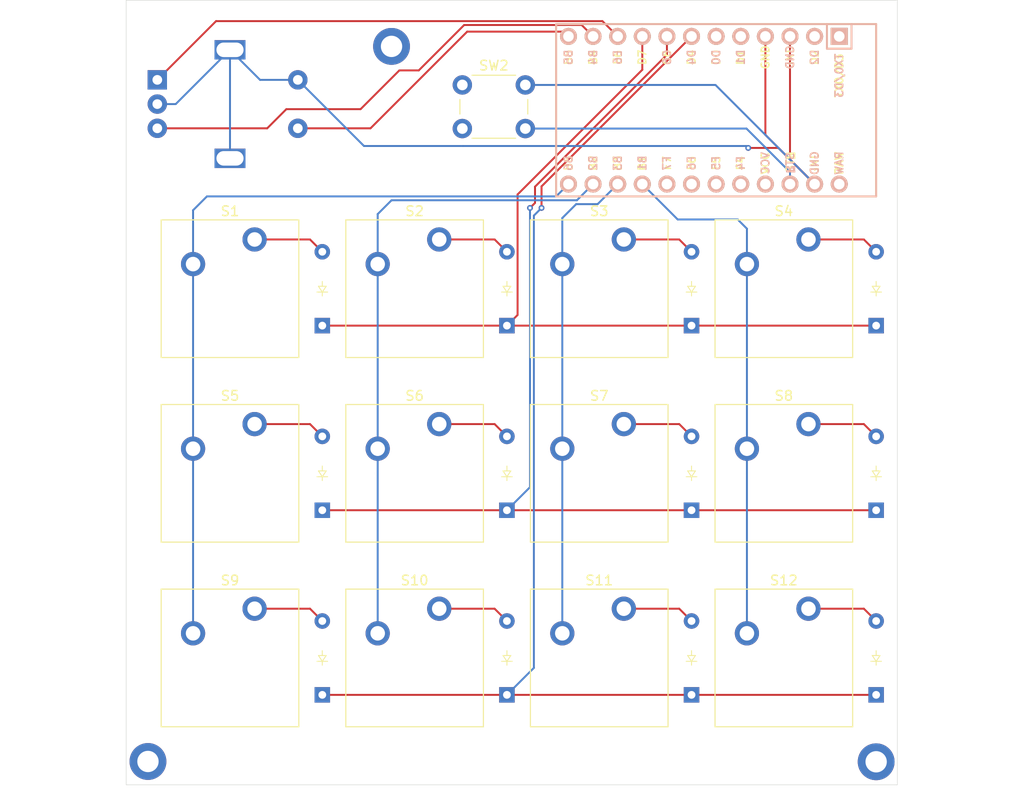
<source format=kicad_pcb>
(kicad_pcb (version 20240108) (generator "pcbnew") (generator_version "8.0")
  (layers (0 "F.Cu" signal) (31 "B.Cu" signal) (34 "B.Paste" user) (35 "F.Paste" user) (36 "B.SilkS" user "B.Silkscreen") (37 "F.SilkS" user "F.Silkscreen") (38 "B.Mask" user) (39 "F.Mask" user) (44 "Edge.Cuts" user))
  (net 0 "")
  (net 1 "Net-(D1-A)")
  (net 2 "Row1")
  (net 3 "Net-(D2-A)")
  (net 4 "Net-(D3-A)")
  (net 5 "Net-(D4-A)")
  (net 6 "Row2")
  (net 7 "Net-(D5-A)")
  (net 8 "Net-(D6-A)")
  (net 9 "Net-(D7-A)")
  (net 10 "Net-(D8-A)")
  (net 11 "Row3")
  (net 12 "Net-(D9-A)")
  (net 13 "Net-(D10-A)")
  (net 14 "Net-(D11-A)")
  (net 15 "Net-(D12-A)")
  (net 16 "Col1")
  (net 17 "Col2")
  (net 18 "Col3")
  (net 19 "Col4")
  (net 20 "ENCa")
  (net 21 "ENCsw")
  (net 22 "GND")
  (net 23 "ENCb")
  (net 25 "3V3")
  (net 34 "RST")
  (footprint "ScottoKeebs_Scotto:Encoder_EC11_MX" (layer "F.Cu") (at 143.76 40.64)
    (property "Reference" "SW1" (hide yes))
    (property "Value" "RotaryEncoder_Switch_MP" (hide yes))
    (pad "A" thru_hole rect (at -7.5 -2.5) (size 2 2) (drill 1) (layers "*.Cu" "*.Mask") (net 20 "ENCa"))
    (pad "B" thru_hole circle (at -7.5 2.5) (size 2 2) (drill 1) (layers "*.Cu" "*.Mask") (net 23 "ENCb"))
    (pad "C" thru_hole circle (at -7.5 0) (size 2 2) (drill 1) (layers "*.Cu" "*.Mask") (net 22 "GND"))
    (pad "MP" thru_hole rect (at 0 -5.6) (size 3.2 2) (drill oval 2.8 1.5) (layers "*.Cu" "*.Mask") (net 22 "GND"))
    (pad "MP" thru_hole rect (at 0 5.6) (size 3.2 2) (drill oval 2.8 1.5) (layers "*.Cu" "*.Mask") (net 22 "GND"))
    (pad "S1" thru_hole circle (at 7 2.5) (size 2 2) (drill 1) (layers "*.Cu" "*.Mask") (net 21 "ENCsw"))
    (pad "S2" thru_hole circle (at 7 -2.5) (size 2 2) (drill 1) (layers "*.Cu" "*.Mask") (net 22 "GND"))
  )
  (footprint "ScottoKeebs_Components:Diode_DO-35" (layer "F.Cu") (at 210.435 63.5 90)
    (property "Reference" "D4" (hide yes))
    (property "Value" "Diode" (hide yes))
    (fp_line (start 3.46 -0.55) (end 3.46 0.55) (stroke (width 0.1)) (layer "F.SilkS"))
    (fp_line (start 4.06 -0.4) (end 4.06 0.4) (stroke (width 0.1)) (layer "F.SilkS"))
    (fp_line (start 4.06 0) (end 4.56 0) (stroke (width 0.1)) (layer "F.SilkS"))
    (fp_line (start 3.46 0) (end 4.06 -0.4) (stroke (width 0.1)) (layer "F.SilkS"))
    (fp_line (start 3.06 0) (end 3.46 0) (stroke (width 0.1)) (layer "F.SilkS"))
    (fp_line (start 4.06 0.4) (end 3.46 0) (stroke (width 0.1)) (layer "F.SilkS"))
    (pad "1" thru_hole rect (at 0 0 90) (size 1.6 1.6) (drill 0.8) (layers "*.Cu" "*.Mask") (net 2 "Row1"))
    (pad "2" thru_hole oval (at 7.62 0 90) (size 1.6 1.6) (drill 0.8) (layers "*.Cu" "*.Mask") (net 5 "Net-(D4-A)"))
  )
  (footprint "MountingHole:MountingHole_2.2mm_M2_ISO14580_Pad" (layer "F.Cu") (at 210.435 108.505625)
    (property "Reference" "REF**" (hide yes))
    (property "Value" "MountingHole_2.2mm_M2_ISO14580_Pad")
    (pad "1" thru_hole circle (at 0 0) (size 3.8 3.8) (drill 2.2) (layers "*.Cu" "*.Mask"))
  )
  (footprint "ScottoKeebs_Components:Diode_DO-35" (layer "F.Cu") (at 153.285 101.6 90)
    (property "Reference" "D9" (hide yes))
    (property "Value" "Diode" (hide yes))
    (fp_line (start 3.46 -0.55) (end 3.46 0.55) (stroke (width 0.1)) (layer "F.SilkS"))
    (fp_line (start 4.06 -0.4) (end 4.06 0.4) (stroke (width 0.1)) (layer "F.SilkS"))
    (fp_line (start 4.06 0) (end 4.56 0) (stroke (width 0.1)) (layer "F.SilkS"))
    (fp_line (start 3.46 0) (end 4.06 -0.4) (stroke (width 0.1)) (layer "F.SilkS"))
    (fp_line (start 3.06 0) (end 3.46 0) (stroke (width 0.1)) (layer "F.SilkS"))
    (fp_line (start 4.06 0.4) (end 3.46 0) (stroke (width 0.1)) (layer "F.SilkS"))
    (pad "1" thru_hole rect (at 0 0 90) (size 1.6 1.6) (drill 0.8) (layers "*.Cu" "*.Mask") (net 11 "Row3"))
    (pad "2" thru_hole oval (at 7.62 0 90) (size 1.6 1.6) (drill 0.8) (layers "*.Cu" "*.Mask") (net 12 "Net-(D9-A)"))
  )
  (footprint "ScottoKeebs_MX:MX_PCB_1.00u" (layer "F.Cu") (at 200.91 59.69)
    (property "Reference" "S4" (at 0 -8 0) (layer "F.SilkS"))
    (property "Value" "Keyswitch")
    (fp_line (start -7.1 -7.1) (end -7.1 7.1) (stroke (width 0.12)) (layer "F.SilkS"))
    (fp_line (start -7.1 7.1) (end 7.1 7.1) (stroke (width 0.12)) (layer "F.SilkS"))
    (fp_line (start 7.1 -7.1) (end -7.1 -7.1) (stroke (width 0.12)) (layer "F.SilkS"))
    (fp_line (start 7.1 7.1) (end 7.1 -7.1) (stroke (width 0.12)) (layer "F.SilkS"))
    (pad "" np_thru_hole circle (at -5.08 0) (size 1.75 1.75) (drill 1.75) (layers "*.Cu" "*.Mask"))
    (pad "" np_thru_hole circle (at 0 0) (size 4 4) (drill 4) (layers "*.Cu" "*.Mask"))
    (pad "" np_thru_hole circle (at 5.08 0) (size 1.75 1.75) (drill 1.75) (layers "*.Cu" "*.Mask"))
    (pad "1" thru_hole circle (at -3.81 -2.54) (size 2.5 2.5) (drill 1.5) (layers "*.Cu" "*.Mask") (net 19 "Col4"))
    (pad "2" thru_hole circle (at 2.54 -5.08) (size 2.5 2.5) (drill 1.5) (layers "*.Cu" "*.Mask") (net 5 "Net-(D4-A)"))
  )
  (footprint "ScottoKeebs_MCU:Arduino_Pro_Micro" (layer "F.Cu") (at 192.655 41.275 -90)
    (property "Reference" "U1" (hide yes))
    (property "Value" "Arduino_Pro_Micro" (hide yes))
    (fp_line (start -8.89 15.24) (end 8.89 15.24) (stroke (width 0.2)) (layer "B.SilkS"))
    (fp_line (start 8.89 15.24) (end 8.89 -17.78) (stroke (width 0.2)) (layer "B.SilkS"))
    (fp_line (start -6.35 -12.7) (end -8.89 -12.7) (stroke (width 0.2)) (layer "B.SilkS"))
    (fp_line (start -6.35 -15.24) (end -6.35 -12.7) (stroke (width 0.2)) (layer "B.SilkS"))
    (fp_line (start -6.35 -15.24) (end -8.89 -15.24) (stroke (width 0.2)) (layer "B.SilkS"))
    (fp_line (start -8.89 -17.78) (end -8.89 15.24) (stroke (width 0.2)) (layer "B.SilkS"))
    (fp_line (start 8.89 -17.78) (end -8.89 -17.78) (stroke (width 0.2)) (layer "B.SilkS"))
    (fp_poly (pts (xy 5.844635 -8.75097) (xy 5.844635 -8.55097) (xy 5.944635 -8.55097) (xy 5.944635 -8.75097)) (stroke (width 0.15)) (fill solid) (layer "B.SilkS"))
    (fp_poly (pts (xy 6.044635 -8.95097) (xy 6.044635 -8.85097) (xy 6.144635 -8.85097) (xy 6.144635 -8.95097)) (stroke (width 0.15)) (fill solid) (layer "B.SilkS"))
    (fp_poly (pts (xy 5.844635 -9.35097) (xy 5.844635 -9.05097) (xy 5.944635 -9.05097) (xy 5.944635 -9.35097)) (stroke (width 0.15)) (fill solid) (layer "B.SilkS"))
    (fp_poly (pts (xy 5.844635 -9.35097) (xy 5.844635 -9.25097) (xy 6.344635 -9.25097) (xy 6.344635 -9.35097)) (stroke (width 0.15)) (fill solid) (layer "B.SilkS"))
    (fp_poly (pts (xy 6.244635 -9.35097) (xy 6.244635 -8.55097) (xy 6.344635 -8.55097) (xy 6.344635 -9.35097)) (stroke (width 0.15)) (fill solid) (layer "B.SilkS"))
    (fp_line (start -8.89 15.24) (end 8.89 15.24) (stroke (width 0.2)) (layer "F.SilkS"))
    (fp_line (start 8.89 15.24) (end 8.89 -17.78) (stroke (width 0.2)) (layer "F.SilkS"))
    (fp_line (start -6.35 -12.7) (end -8.89 -12.7) (stroke (width 0.2)) (layer "F.SilkS"))
    (fp_line (start -6.35 -15.24) (end -6.35 -12.7) (stroke (width 0.2)) (layer "F.SilkS"))
    (fp_line (start -6.35 -15.24) (end -8.89 -15.24) (stroke (width 0.2)) (layer "F.SilkS"))
    (fp_line (start -8.89 -17.78) (end -8.89 15.24) (stroke (width 0.2)) (layer "F.SilkS"))
    (fp_line (start 8.89 -17.78) (end -8.89 -17.78) (stroke (width 0.2)) (layer "F.SilkS"))
    (fp_poly (pts (xy 4.931568 -8.76064) (xy 4.931568 -8.56064) (xy 4.831568 -8.56064) (xy 4.831568 -8.76064)) (stroke (width 0.15)) (fill solid) (layer "F.SilkS"))
    (fp_poly (pts (xy 4.731568 -8.96064) (xy 4.731568 -8.86064) (xy 4.631568 -8.86064) (xy 4.631568 -8.96064)) (stroke (width 0.15)) (fill solid) (layer "F.SilkS"))
    (fp_poly (pts (xy 4.531568 -9.36064) (xy 4.531568 -8.56064) (xy 4.431568 -8.56064) (xy 4.431568 -9.36064)) (stroke (width 0.15)) (fill solid) (layer "F.SilkS"))
    (fp_poly (pts (xy 4.931568 -9.36064) (xy 4.931568 -9.06064) (xy 4.831568 -9.06064) (xy 4.831568 -9.36064)) (stroke (width 0.15)) (fill solid) (layer "F.SilkS"))
    (fp_poly (pts (xy 4.931568 -9.36064) (xy 4.931568 -9.26064) (xy 4.431568 -9.26064) (xy 4.431568 -9.36064)) (stroke (width 0.15)) (fill solid) (layer "F.SilkS"))
    (fp_text user "B5" (at -5.461 13.97 90) (layer "B.SilkS") (effects (font (size 0.8 0.8)) (justify mirror)))
    (fp_text user "F5" (at 5.461 -1.27 90) (layer "B.SilkS") (effects (font (size 0.8 0.8)) (justify mirror)))
    (fp_text user "D0" (at -5.461 -1.27 90) (layer "B.SilkS") (effects (font (size 0.8 0.8)) (justify mirror)))
    (fp_text user "B4" (at -5.461 11.43 90) (layer "B.SilkS") (effects (font (size 0.8 0.8)) (justify mirror)))
    (fp_text user "D1" (at -5.461 -3.81 90) (layer "B.SilkS") (effects (font (size 0.8 0.8)) (justify mirror)))
    (fp_text user "TX0/D3" (at -3.571872 -13.97 90) (layer "B.SilkS") (effects (font (size 0.8 0.8)) (justify mirror)))
    (fp_text user "D2" (at -5.461 -11.43 90) (layer "B.SilkS") (effects (font (size 0.8 0.8)) (justify mirror)))
    (fp_text user "B3" (at 5.461 8.89 90) (layer "B.SilkS") (effects (font (size 0.8 0.8)) (justify mirror)))
    (fp_text user "F4" (at 5.461 -3.81 90) (layer "B.SilkS") (effects (font (size 0.8 0.8)) (justify mirror)))
    (fp_text user "E6" (at -5.461 8.89 90) (layer "B.SilkS") (effects (font (size 0.8 0.8)) (justify mirror)))
    (fp_text user "GND" (at -5.461 -8.89 90) (layer "B.SilkS") (effects (font (size 0.8 0.8)) (justify mirror)))
    (fp_text user "ST" (at 5.04 -8.91 90) (layer "B.SilkS") (effects (font (size 0.8 0.8)) (justify mirror)))
    (fp_text user "VCC" (at 5.461 -6.35 90) (layer "B.SilkS") (effects (font (size 0.8 0.8)) (justify mirror)))
    (fp_text user "B6" (at 5.461 13.97 90) (layer "B.SilkS") (effects (font (size 0.8 0.8)) (justify mirror)))
    (fp_text user "GND" (at 5.461 -11.43 90) (layer "B.SilkS") (effects (font (size 0.8 0.8)) (justify mirror)))
    (fp_text user "C6" (at -5.461 3.81 90) (layer "B.SilkS") (effects (font (size 0.8 0.8)) (justify mirror)))
    (fp_text user "B1" (at 5.461 6.35 90) (layer "B.SilkS") (effects (font (size 0.8 0.8)) (justify mirror)))
    (fp_text user "F6" (at 5.461 1.27 90) (layer "B.SilkS") (effects (font (size 0.8 0.8)) (justify mirror)))
    (fp_text user "D4" (at -5.461 1.27 90) (layer "B.SilkS") (effects (font (size 0.8 0.8)) (justify mirror)))
    (fp_text user "B2" (at 5.461 11.43 90) (layer "B.SilkS") (effects (font (size 0.8 0.8)) (justify mirror)))
    (fp_text user "F7" (at 5.461 3.81 90) (layer "B.SilkS") (effects (font (size 0.8 0.8)) (justify mirror)))
    (fp_text user "RAW" (at 5.461 -13.97 90) (layer "B.SilkS") (effects (font (size 0.8 0.8)) (justify mirror)))
    (fp_text user "B3" (at 5.461 8.89 90) (layer "F.SilkS") (effects (font (size 0.8 0.8))))
    (fp_text user "F5" (at 5.461 -1.27 90) (layer "F.SilkS") (effects (font (size 0.8 0.8))))
    (fp_text user "B4" (at -5.461 11.43 90) (layer "F.SilkS") (effects (font (size 0.8 0.8))))
    (fp_text user "B5" (at -5.461 13.97 90) (layer "F.SilkS") (effects (font (size 0.8 0.8))))
    (fp_text user "C6" (at -5.461 3.81 90) (layer "F.SilkS") (effects (font (size 0.8 0.8))))
    (fp_text user "D0" (at -5.461 -1.27 90) (layer "F.SilkS") (effects (font (size 0.8 0.8))))
    (fp_text user "D4" (at -5.461 1.27 90) (layer "F.SilkS") (effects (font (size 0.8 0.8))))
    (fp_text user "D2" (at -5.461 -11.43 90) (layer "F.SilkS") (effects (font (size 0.8 0.8))))
    (fp_text user "GND" (at 5.461 -11.43 90) (layer "F.SilkS") (effects (font (size 0.8 0.8))))
    (fp_text user "B6" (at 5.461 13.97 90) (layer "F.SilkS") (effects (font (size 0.8 0.8))))
    (fp_text user "RAW" (at 5.461 -13.97 90) (layer "F.SilkS") (effects (font (size 0.8 0.8))))
    (fp_text user "B2" (at 5.461 11.43 90) (layer "F.SilkS") (effects (font (size 0.8 0.8))))
    (fp_text user "E6" (at -5.461 8.89 90) (layer "F.SilkS") (effects (font (size 0.8 0.8))))
    (fp_text user "TX0/D3" (at -3.571872 -13.97 90) (layer "F.SilkS") (effects (font (size 0.8 0.8))))
    (fp_text user "F7" (at 5.461 3.81 90) (layer "F.SilkS") (effects (font (size 0.8 0.8))))
    (fp_text user "F4" (at 5.461 -3.81 90) (layer "F.SilkS") (effects (font (size 0.8 0.8))))
    (fp_text user "ST" (at 5.73312 -8.92 90) (layer "F.SilkS") (effects (font (size 0.8 0.8))))
    (fp_text user "F6" (at 5.461 1.27 90) (layer "F.SilkS") (effects (font (size 0.8 0.8))))
    (fp_text user "GND" (at -5.461 -6.35 90) (layer "F.SilkS") (effects (font (size 0.8 0.8))))
    (fp_text user "VCC" (at 5.461 -6.35 90) (layer "F.SilkS") (effects (font (size 0.8 0.8))))
    (fp_text user "D1" (at -5.461 -3.81 90) (layer "F.SilkS") (effects (font (size 0.8 0.8))))
    (fp_text user "GND" (at -5.461 -8.89 90) (layer "F.SilkS") (effects (font (size 0.8 0.8))))
    (fp_text user "B1" (at 5.461 6.35 90) (layer "F.SilkS") (effects (font (size 0.8 0.8))))
    (fp_text user "D7" (at -5.461 6.35 90) (layer "F.SilkS") (effects (font (size 0.8 0.8))))
    (pad "1" thru_hole rect (at -7.62 -13.97 180) (size 1.7526 1.7526) (drill 1.0922) (layers "*.Cu" "*.SilkS" "*.Mask"))
    (pad "2" thru_hole circle (at -7.62 -11.43 180) (size 1.7526 1.7526) (drill 1.0922) (layers "*.Cu" "*.SilkS" "*.Mask"))
    (pad "3" thru_hole circle (at -7.62 -8.89 180) (size 1.7526 1.7526) (drill 1.0922) (layers "*.Cu" "*.SilkS" "*.Mask") (net 22 "GND"))
    (pad "4" thru_hole circle (at -7.62 -6.35 180) (size 1.7526 1.7526) (drill 1.0922) (layers "*.Cu" "*.SilkS" "*.Mask") (net 22 "GND"))
    (pad "5" thru_hole circle (at -7.62 -3.81 180) (size 1.7526 1.7526) (drill 1.0922) (layers "*.Cu" "*.SilkS" "*.Mask"))
    (pad "6" thru_hole circle (at -7.62 -1.27 180) (size 1.7526 1.7526) (drill 1.0922) (layers "*.Cu" "*.SilkS" "*.Mask"))
    (pad "7" thru_hole circle (at -7.62 1.27 180) (size 1.7526 1.7526) (drill 1.0922) (layers "*.Cu" "*.SilkS" "*.Mask") (net 11 "Row3"))
    (pad "8" thru_hole circle (at -7.62 3.81 180) (size 1.7526 1.7526) (drill 1.0922) (layers "*.Cu" "*.SilkS" "*.Mask") (net 6 "Row2"))
    (pad "9" thru_hole circle (at -7.62 6.35 180) (size 1.7526 1.7526) (drill 1.0922) (layers "*.Cu" "*.SilkS" "*.Mask") (net 2 "Row1"))
    (pad "10" thru_hole circle (at -7.62 8.89 180) (size 1.7526 1.7526) (drill 1.0922) (layers "*.Cu" "*.SilkS" "*.Mask") (net 20 "ENCa"))
    (pad "11" thru_hole circle (at -7.62 11.43 180) (size 1.7526 1.7526) (drill 1.0922) (layers "*.Cu" "*.SilkS" "*.Mask") (net 23 "ENCb"))
    (pad "12" thru_hole circle (at -7.62 13.97 180) (size 1.7526 1.7526) (drill 1.0922) (layers "*.Cu" "*.SilkS" "*.Mask") (net 21 "ENCsw"))
    (pad "13" thru_hole circle (at 7.62 13.97 180) (size 1.7526 1.7526) (drill 1.0922) (layers "*.Cu" "*.SilkS" "*.Mask") (net 16 "Col1"))
    (pad "14" thru_hole circle (at 7.62 11.43 180) (size 1.7526 1.7526) (drill 1.0922) (layers "*.Cu" "*.SilkS" "*.Mask") (net 17 "Col2"))
    (pad "15" thru_hole circle (at 7.62 8.89 180) (size 1.7526 1.7526) (drill 1.0922) (layers "*.Cu" "*.SilkS" "*.Mask") (net 18 "Col3"))
    (pad "16" thru_hole circle (at 7.62 6.35 180) (size 1.7526 1.7526) (drill 1.0922) (layers "*.Cu" "*.SilkS" "*.Mask") (net 19 "Col4"))
    (pad "17" thru_hole circle (at 7.62 3.81 180) (size 1.7526 1.7526) (drill 1.0922) (layers "*.Cu" "*.SilkS" "*.Mask"))
    (pad "18" thru_hole circle (at 7.62 1.27 180) (size 1.7526 1.7526) (drill 1.0922) (layers "*.Cu" "*.SilkS" "*.Mask"))
    (pad "19" thru_hole circle (at 7.62 -1.27 180) (size 1.7526 1.7526) (drill 1.0922) (layers "*.Cu" "*.SilkS" "*.Mask"))
    (pad "20" thru_hole circle (at 7.62 -3.81 180) (size 1.7526 1.7526) (drill 1.0922) (layers "*.Cu" "*.SilkS" "*.Mask"))
    (pad "21" thru_hole circle (at 7.62 -6.35 180) (size 1.7526 1.7526) (drill 1.0922) (layers "*.Cu" "*.SilkS" "*.Mask") (net 25 "3V3"))
    (pad "22" thru_hole circle (at 7.62 -8.89 180) (size 1.7526 1.7526) (drill 1.0922) (layers "*.Cu" "*.SilkS" "*.Mask") (net 34 "RST"))
    (pad "23" thru_hole circle (at 7.62 -11.43 180) (size 1.7526 1.7526) (drill 1.0922) (layers "*.Cu" "*.SilkS" "*.Mask") (net 22 "GND"))
    (pad "24" thru_hole circle (at 7.62 -13.97 180) (size 1.7526 1.7526) (drill 1.0922) (layers "*.Cu" "*.SilkS" "*.Mask"))
  )
  (footprint "Button_Switch_THT:SW_PUSH_6mm" (layer "F.Cu") (at 167.735 38.665)
    (property "Reference" "SW2" (at 3.25 -2 0) (layer "F.SilkS"))
    (property "Value" "SW_Push")
    (fp_line (start -0.25 1.5) (end -0.25 3) (stroke (width 0.12)) (layer "F.SilkS"))
    (fp_line (start 1 5.5) (end 5.5 5.5) (stroke (width 0.12)) (layer "F.SilkS"))
    (fp_line (start 5.5 -1) (end 1 -1) (stroke (width 0.12)) (layer "F.SilkS"))
    (fp_line (start 6.75 3) (end 6.75 1.5) (stroke (width 0.12)) (layer "F.SilkS"))
    (pad "1" thru_hole circle (at 0 0 90) (size 2 2) (drill 1.1) (layers "*.Cu" "*.Mask") (net 22 "GND"))
    (pad "1" thru_hole circle (at 6.5 0 90) (size 2 2) (drill 1.1) (layers "*.Cu" "*.Mask") (net 22 "GND"))
    (pad "2" thru_hole circle (at 0 4.5 90) (size 2 2) (drill 1.1) (layers "*.Cu" "*.Mask") (net 34 "RST"))
    (pad "2" thru_hole circle (at 6.5 4.5 90) (size 2 2) (drill 1.1) (layers "*.Cu" "*.Mask") (net 34 "RST"))
  )
  (footprint "ScottoKeebs_Components:Diode_DO-35" (layer "F.Cu") (at 172.335 101.6 90)
    (property "Reference" "D10" (hide yes))
    (property "Value" "Diode" (hide yes))
    (fp_line (start 3.46 -0.55) (end 3.46 0.55) (stroke (width 0.1)) (layer "F.SilkS"))
    (fp_line (start 4.06 -0.4) (end 4.06 0.4) (stroke (width 0.1)) (layer "F.SilkS"))
    (fp_line (start 4.06 0) (end 4.56 0) (stroke (width 0.1)) (layer "F.SilkS"))
    (fp_line (start 3.46 0) (end 4.06 -0.4) (stroke (width 0.1)) (layer "F.SilkS"))
    (fp_line (start 3.06 0) (end 3.46 0) (stroke (width 0.1)) (layer "F.SilkS"))
    (fp_line (start 4.06 0.4) (end 3.46 0) (stroke (width 0.1)) (layer "F.SilkS"))
    (pad "1" thru_hole rect (at 0 0 90) (size 1.6 1.6) (drill 0.8) (layers "*.Cu" "*.Mask") (net 11 "Row3"))
    (pad "2" thru_hole oval (at 7.62 0 90) (size 1.6 1.6) (drill 0.8) (layers "*.Cu" "*.Mask") (net 13 "Net-(D10-A)"))
  )
  (footprint "ScottoKeebs_MX:MX_PCB_1.00u" (layer "F.Cu") (at 143.76 97.79)
    (property "Reference" "S9" (at 0 -8 0) (layer "F.SilkS"))
    (property "Value" "Keyswitch")
    (fp_line (start -7.1 -7.1) (end -7.1 7.1) (stroke (width 0.12)) (layer "F.SilkS"))
    (fp_line (start -7.1 7.1) (end 7.1 7.1) (stroke (width 0.12)) (layer "F.SilkS"))
    (fp_line (start 7.1 -7.1) (end -7.1 -7.1) (stroke (width 0.12)) (layer "F.SilkS"))
    (fp_line (start 7.1 7.1) (end 7.1 -7.1) (stroke (width 0.12)) (layer "F.SilkS"))
    (pad "" np_thru_hole circle (at -5.08 0) (size 1.75 1.75) (drill 1.75) (layers "*.Cu" "*.Mask"))
    (pad "" np_thru_hole circle (at 0 0) (size 4 4) (drill 4) (layers "*.Cu" "*.Mask"))
    (pad "" np_thru_hole circle (at 5.08 0) (size 1.75 1.75) (drill 1.75) (layers "*.Cu" "*.Mask"))
    (pad "1" thru_hole circle (at -3.81 -2.54) (size 2.5 2.5) (drill 1.5) (layers "*.Cu" "*.Mask") (net 16 "Col1"))
    (pad "2" thru_hole circle (at 2.54 -5.08) (size 2.5 2.5) (drill 1.5) (layers "*.Cu" "*.Mask") (net 12 "Net-(D9-A)"))
  )
  (footprint "ScottoKeebs_MX:MX_PCB_1.00u" (layer "F.Cu") (at 162.81 59.69)
    (property "Reference" "S2" (at 0 -8 0) (layer "F.SilkS"))
    (property "Value" "Keyswitch")
    (fp_line (start -7.1 -7.1) (end -7.1 7.1) (stroke (width 0.12)) (layer "F.SilkS"))
    (fp_line (start -7.1 7.1) (end 7.1 7.1) (stroke (width 0.12)) (layer "F.SilkS"))
    (fp_line (start 7.1 -7.1) (end -7.1 -7.1) (stroke (width 0.12)) (layer "F.SilkS"))
    (fp_line (start 7.1 7.1) (end 7.1 -7.1) (stroke (width 0.12)) (layer "F.SilkS"))
    (pad "" np_thru_hole circle (at -5.08 0) (size 1.75 1.75) (drill 1.75) (layers "*.Cu" "*.Mask"))
    (pad "" np_thru_hole circle (at 0 0) (size 4 4) (drill 4) (layers "*.Cu" "*.Mask"))
    (pad "" np_thru_hole circle (at 5.08 0) (size 1.75 1.75) (drill 1.75) (layers "*.Cu" "*.Mask"))
    (pad "1" thru_hole circle (at -3.81 -2.54) (size 2.5 2.5) (drill 1.5) (layers "*.Cu" "*.Mask") (net 17 "Col2"))
    (pad "2" thru_hole circle (at 2.54 -5.08) (size 2.5 2.5) (drill 1.5) (layers "*.Cu" "*.Mask") (net 3 "Net-(D2-A)"))
  )
  (footprint "ScottoKeebs_Components:Diode_DO-35" (layer "F.Cu") (at 153.285 82.55 90)
    (property "Reference" "D5" (hide yes))
    (property "Value" "Diode" (hide yes))
    (fp_line (start 3.46 -0.55) (end 3.46 0.55) (stroke (width 0.1)) (layer "F.SilkS"))
    (fp_line (start 4.06 -0.4) (end 4.06 0.4) (stroke (width 0.1)) (layer "F.SilkS"))
    (fp_line (start 4.06 0) (end 4.56 0) (stroke (width 0.1)) (layer "F.SilkS"))
    (fp_line (start 3.46 0) (end 4.06 -0.4) (stroke (width 0.1)) (layer "F.SilkS"))
    (fp_line (start 3.06 0) (end 3.46 0) (stroke (width 0.1)) (layer "F.SilkS"))
    (fp_line (start 4.06 0.4) (end 3.46 0) (stroke (width 0.1)) (layer "F.SilkS"))
    (pad "1" thru_hole rect (at 0 0 90) (size 1.6 1.6) (drill 0.8) (layers "*.Cu" "*.Mask") (net 6 "Row2"))
    (pad "2" thru_hole oval (at 7.62 0 90) (size 1.6 1.6) (drill 0.8) (layers "*.Cu" "*.Mask") (net 7 "Net-(D5-A)"))
  )
  (footprint "ScottoKeebs_MX:MX_PCB_1.00u" (layer "F.Cu") (at 162.81 97.79)
    (property "Reference" "S10" (at 0 -8 0) (layer "F.SilkS"))
    (property "Value" "Keyswitch")
    (fp_line (start -7.1 -7.1) (end -7.1 7.1) (stroke (width 0.12)) (layer "F.SilkS"))
    (fp_line (start -7.1 7.1) (end 7.1 7.1) (stroke (width 0.12)) (layer "F.SilkS"))
    (fp_line (start 7.1 -7.1) (end -7.1 -7.1) (stroke (width 0.12)) (layer "F.SilkS"))
    (fp_line (start 7.1 7.1) (end 7.1 -7.1) (stroke (width 0.12)) (layer "F.SilkS"))
    (pad "" np_thru_hole circle (at -5.08 0) (size 1.75 1.75) (drill 1.75) (layers "*.Cu" "*.Mask"))
    (pad "" np_thru_hole circle (at 0 0) (size 4 4) (drill 4) (layers "*.Cu" "*.Mask"))
    (pad "" np_thru_hole circle (at 5.08 0) (size 1.75 1.75) (drill 1.75) (layers "*.Cu" "*.Mask"))
    (pad "1" thru_hole circle (at -3.81 -2.54) (size 2.5 2.5) (drill 1.5) (layers "*.Cu" "*.Mask") (net 17 "Col2"))
    (pad "2" thru_hole circle (at 2.54 -5.08) (size 2.5 2.5) (drill 1.5) (layers "*.Cu" "*.Mask") (net 13 "Net-(D10-A)"))
  )
  (footprint "ScottoKeebs_Components:Diode_DO-35" (layer "F.Cu") (at 210.435 82.55 90)
    (property "Reference" "D8" (hide yes))
    (property "Value" "Diode" (hide yes))
    (fp_line (start 3.46 -0.55) (end 3.46 0.55) (stroke (width 0.1)) (layer "F.SilkS"))
    (fp_line (start 4.06 -0.4) (end 4.06 0.4) (stroke (width 0.1)) (layer "F.SilkS"))
    (fp_line (start 4.06 0) (end 4.56 0) (stroke (width 0.1)) (layer "F.SilkS"))
    (fp_line (start 3.46 0) (end 4.06 -0.4) (stroke (width 0.1)) (layer "F.SilkS"))
    (fp_line (start 3.06 0) (end 3.46 0) (stroke (width 0.1)) (layer "F.SilkS"))
    (fp_line (start 4.06 0.4) (end 3.46 0) (stroke (width 0.1)) (layer "F.SilkS"))
    (pad "1" thru_hole rect (at 0 0 90) (size 1.6 1.6) (drill 0.8) (layers "*.Cu" "*.Mask") (net 6 "Row2"))
    (pad "2" thru_hole oval (at 7.62 0 90) (size 1.6 1.6) (drill 0.8) (layers "*.Cu" "*.Mask") (net 10 "Net-(D8-A)"))
  )
  (footprint "ScottoKeebs_MX:MX_PCB_1.00u" (layer "F.Cu") (at 143.76 59.69)
    (property "Reference" "S1" (at 0 -8 0) (layer "F.SilkS"))
    (property "Value" "Keyswitch")
    (fp_line (start -7.1 -7.1) (end -7.1 7.1) (stroke (width 0.12)) (layer "F.SilkS"))
    (fp_line (start -7.1 7.1) (end 7.1 7.1) (stroke (width 0.12)) (layer "F.SilkS"))
    (fp_line (start 7.1 -7.1) (end -7.1 -7.1) (stroke (width 0.12)) (layer "F.SilkS"))
    (fp_line (start 7.1 7.1) (end 7.1 -7.1) (stroke (width 0.12)) (layer "F.SilkS"))
    (pad "" np_thru_hole circle (at -5.08 0) (size 1.75 1.75) (drill 1.75) (layers "*.Cu" "*.Mask"))
    (pad "" np_thru_hole circle (at 0 0) (size 4 4) (drill 4) (layers "*.Cu" "*.Mask"))
    (pad "" np_thru_hole circle (at 5.08 0) (size 1.75 1.75) (drill 1.75) (layers "*.Cu" "*.Mask"))
    (pad "1" thru_hole circle (at -3.81 -2.54) (size 2.5 2.5) (drill 1.5) (layers "*.Cu" "*.Mask") (net 16 "Col1"))
    (pad "2" thru_hole circle (at 2.54 -5.08) (size 2.5 2.5) (drill 1.5) (layers "*.Cu" "*.Mask") (net 1 "Net-(D1-A)"))
  )
  (footprint "ScottoKeebs_MX:MX_PCB_1.00u" (layer "F.Cu") (at 181.86 59.69)
    (property "Reference" "S3" (at 0 -8 0) (layer "F.SilkS"))
    (property "Value" "Keyswitch")
    (fp_line (start -7.1 -7.1) (end -7.1 7.1) (stroke (width 0.12)) (layer "F.SilkS"))
    (fp_line (start -7.1 7.1) (end 7.1 7.1) (stroke (width 0.12)) (layer "F.SilkS"))
    (fp_line (start 7.1 -7.1) (end -7.1 -7.1) (stroke (width 0.12)) (layer "F.SilkS"))
    (fp_line (start 7.1 7.1) (end 7.1 -7.1) (stroke (width 0.12)) (layer "F.SilkS"))
    (pad "" np_thru_hole circle (at -5.08 0) (size 1.75 1.75) (drill 1.75) (layers "*.Cu" "*.Mask"))
    (pad "" np_thru_hole circle (at 0 0) (size 4 4) (drill 4) (layers "*.Cu" "*.Mask"))
    (pad "" np_thru_hole circle (at 5.08 0) (size 1.75 1.75) (drill 1.75) (layers "*.Cu" "*.Mask"))
    (pad "1" thru_hole circle (at -3.81 -2.54) (size 2.5 2.5) (drill 1.5) (layers "*.Cu" "*.Mask") (net 18 "Col3"))
    (pad "2" thru_hole circle (at 2.54 -5.08) (size 2.5 2.5) (drill 1.5) (layers "*.Cu" "*.Mask") (net 4 "Net-(D3-A)"))
  )
  (footprint "ScottoKeebs_Components:Diode_DO-35" (layer "F.Cu") (at 191.385 101.6 90)
    (property "Reference" "D11" (hide yes))
    (property "Value" "Diode" (hide yes))
    (fp_line (start 3.46 -0.55) (end 3.46 0.55) (stroke (width 0.1)) (layer "F.SilkS"))
    (fp_line (start 4.06 -0.4) (end 4.06 0.4) (stroke (width 0.1)) (layer "F.SilkS"))
    (fp_line (start 4.06 0) (end 4.56 0) (stroke (width 0.1)) (layer "F.SilkS"))
    (fp_line (start 3.46 0) (end 4.06 -0.4) (stroke (width 0.1)) (layer "F.SilkS"))
    (fp_line (start 3.06 0) (end 3.46 0) (stroke (width 0.1)) (layer "F.SilkS"))
    (fp_line (start 4.06 0.4) (end 3.46 0) (stroke (width 0.1)) (layer "F.SilkS"))
    (pad "1" thru_hole rect (at 0 0 90) (size 1.6 1.6) (drill 0.8) (layers "*.Cu" "*.Mask") (net 11 "Row3"))
    (pad "2" thru_hole oval (at 7.62 0 90) (size 1.6 1.6) (drill 0.8) (layers "*.Cu" "*.Mask") (net 14 "Net-(D11-A)"))
  )
  (footprint "ScottoKeebs_Components:Diode_DO-35" (layer "F.Cu") (at 172.335 82.55 90)
    (property "Reference" "D6" (hide yes))
    (property "Value" "Diode" (hide yes))
    (fp_line (start 3.46 -0.55) (end 3.46 0.55) (stroke (width 0.1)) (layer "F.SilkS"))
    (fp_line (start 4.06 -0.4) (end 4.06 0.4) (stroke (width 0.1)) (layer "F.SilkS"))
    (fp_line (start 4.06 0) (end 4.56 0) (stroke (width 0.1)) (layer "F.SilkS"))
    (fp_line (start 3.46 0) (end 4.06 -0.4) (stroke (width 0.1)) (layer "F.SilkS"))
    (fp_line (start 3.06 0) (end 3.46 0) (stroke (width 0.1)) (layer "F.SilkS"))
    (fp_line (start 4.06 0.4) (end 3.46 0) (stroke (width 0.1)) (layer "F.SilkS"))
    (pad "1" thru_hole rect (at 0 0 90) (size 1.6 1.6) (drill 0.8) (layers "*.Cu" "*.Mask") (net 6 "Row2"))
    (pad "2" thru_hole oval (at 7.62 0 90) (size 1.6 1.6) (drill 0.8) (layers "*.Cu" "*.Mask") (net 8 "Net-(D6-A)"))
  )
  (footprint "ScottoKeebs_Components:Diode_DO-35" (layer "F.Cu") (at 191.385 63.5 90)
    (property "Reference" "D3" (hide yes))
    (property "Value" "Diode" (hide yes))
    (fp_line (start 3.46 -0.55) (end 3.46 0.55) (stroke (width 0.1)) (layer "F.SilkS"))
    (fp_line (start 4.06 -0.4) (end 4.06 0.4) (stroke (width 0.1)) (layer "F.SilkS"))
    (fp_line (start 4.06 0) (end 4.56 0) (stroke (width 0.1)) (layer "F.SilkS"))
    (fp_line (start 3.46 0) (end 4.06 -0.4) (stroke (width 0.1)) (layer "F.SilkS"))
    (fp_line (start 3.06 0) (end 3.46 0) (stroke (width 0.1)) (layer "F.SilkS"))
    (fp_line (start 4.06 0.4) (end 3.46 0) (stroke (width 0.1)) (layer "F.SilkS"))
    (pad "1" thru_hole rect (at 0 0 90) (size 1.6 1.6) (drill 0.8) (layers "*.Cu" "*.Mask") (net 2 "Row1"))
    (pad "2" thru_hole oval (at 7.62 0 90) (size 1.6 1.6) (drill 0.8) (layers "*.Cu" "*.Mask") (net 4 "Net-(D3-A)"))
  )
  (footprint "ScottoKeebs_Components:Diode_DO-35" (layer "F.Cu") (at 191.385 82.55 90)
    (property "Reference" "D7" (hide yes))
    (property "Value" "Diode" (hide yes))
    (fp_line (start 3.46 -0.55) (end 3.46 0.55) (stroke (width 0.1)) (layer "F.SilkS"))
    (fp_line (start 4.06 -0.4) (end 4.06 0.4) (stroke (width 0.1)) (layer "F.SilkS"))
    (fp_line (start 4.06 0) (end 4.56 0) (stroke (width 0.1)) (layer "F.SilkS"))
    (fp_line (start 3.46 0) (end 4.06 -0.4) (stroke (width 0.1)) (layer "F.SilkS"))
    (fp_line (start 3.06 0) (end 3.46 0) (stroke (width 0.1)) (layer "F.SilkS"))
    (fp_line (start 4.06 0.4) (end 3.46 0) (stroke (width 0.1)) (layer "F.SilkS"))
    (pad "1" thru_hole rect (at 0 0 90) (size 1.6 1.6) (drill 0.8) (layers "*.Cu" "*.Mask") (net 6 "Row2"))
    (pad "2" thru_hole oval (at 7.62 0 90) (size 1.6 1.6) (drill 0.8) (layers "*.Cu" "*.Mask") (net 9 "Net-(D7-A)"))
  )
  (footprint "MountingHole:MountingHole_2.2mm_M2_ISO14580_Pad" (layer "F.Cu") (at 160.42875 34.686875)
    (property "Reference" "GND" (hide yes))
    (property "Value" "MountingHole_2.2mm_M2_ISO14580_Pad")
    (pad "1" thru_hole circle (at 0 0) (size 3.8 3.8) (drill 2.2) (layers "*.Cu" "*.Mask"))
  )
  (footprint "ScottoKeebs_MX:MX_PCB_1.00u" (layer "F.Cu") (at 181.86 97.79)
    (property "Reference" "S11" (at 0 -8 0) (layer "F.SilkS"))
    (property "Value" "Keyswitch")
    (fp_line (start -7.1 -7.1) (end -7.1 7.1) (stroke (width 0.12)) (layer "F.SilkS"))
    (fp_line (start -7.1 7.1) (end 7.1 7.1) (stroke (width 0.12)) (layer "F.SilkS"))
    (fp_line (start 7.1 -7.1) (end -7.1 -7.1) (stroke (width 0.12)) (layer "F.SilkS"))
    (fp_line (start 7.1 7.1) (end 7.1 -7.1) (stroke (width 0.12)) (layer "F.SilkS"))
    (pad "" np_thru_hole circle (at -5.08 0) (size 1.75 1.75) (drill 1.75) (layers "*.Cu" "*.Mask"))
    (pad "" np_thru_hole circle (at 0 0) (size 4 4) (drill 4) (layers "*.Cu" "*.Mask"))
    (pad "" np_thru_hole circle (at 5.08 0) (size 1.75 1.75) (drill 1.75) (layers "*.Cu" "*.Mask"))
    (pad "1" thru_hole circle (at -3.81 -2.54) (size 2.5 2.5) (drill 1.5) (layers "*.Cu" "*.Mask") (net 18 "Col3"))
    (pad "2" thru_hole circle (at 2.54 -5.08) (size 2.5 2.5) (drill 1.5) (layers "*.Cu" "*.Mask") (net 14 "Net-(D11-A)"))
  )
  (footprint "ScottoKeebs_MX:MX_PCB_1.00u" (layer "F.Cu") (at 162.81 78.74)
    (property "Reference" "S6" (at 0 -8 0) (layer "F.SilkS"))
    (property "Value" "Keyswitch")
    (fp_line (start -7.1 -7.1) (end -7.1 7.1) (stroke (width 0.12)) (layer "F.SilkS"))
    (fp_line (start -7.1 7.1) (end 7.1 7.1) (stroke (width 0.12)) (layer "F.SilkS"))
    (fp_line (start 7.1 -7.1) (end -7.1 -7.1) (stroke (width 0.12)) (layer "F.SilkS"))
    (fp_line (start 7.1 7.1) (end 7.1 -7.1) (stroke (width 0.12)) (layer "F.SilkS"))
    (pad "" np_thru_hole circle (at -5.08 0) (size 1.75 1.75) (drill 1.75) (layers "*.Cu" "*.Mask"))
    (pad "" np_thru_hole circle (at 0 0) (size 4 4) (drill 4) (layers "*.Cu" "*.Mask"))
    (pad "" np_thru_hole circle (at 5.08 0) (size 1.75 1.75) (drill 1.75) (layers "*.Cu" "*.Mask"))
    (pad "1" thru_hole circle (at -3.81 -2.54) (size 2.5 2.5) (drill 1.5) (layers "*.Cu" "*.Mask") (net 17 "Col2"))
    (pad "2" thru_hole circle (at 2.54 -5.08) (size 2.5 2.5) (drill 1.5) (layers "*.Cu" "*.Mask") (net 8 "Net-(D6-A)"))
  )
  (footprint "ScottoKeebs_MX:MX_PCB_1.00u" (layer "F.Cu") (at 143.76 78.74)
    (property "Reference" "S5" (at 0 -8 0) (layer "F.SilkS"))
    (property "Value" "Keyswitch")
    (fp_line (start -7.1 -7.1) (end -7.1 7.1) (stroke (width 0.12)) (layer "F.SilkS"))
    (fp_line (start -7.1 7.1) (end 7.1 7.1) (stroke (width 0.12)) (layer "F.SilkS"))
    (fp_line (start 7.1 -7.1) (end -7.1 -7.1) (stroke (width 0.12)) (layer "F.SilkS"))
    (fp_line (start 7.1 7.1) (end 7.1 -7.1) (stroke (width 0.12)) (layer "F.SilkS"))
    (pad "" np_thru_hole circle (at -5.08 0) (size 1.75 1.75) (drill 1.75) (layers "*.Cu" "*.Mask"))
    (pad "" np_thru_hole circle (at 0 0) (size 4 4) (drill 4) (layers "*.Cu" "*.Mask"))
    (pad "" np_thru_hole circle (at 5.08 0) (size 1.75 1.75) (drill 1.75) (layers "*.Cu" "*.Mask"))
    (pad "1" thru_hole circle (at -3.81 -2.54) (size 2.5 2.5) (drill 1.5) (layers "*.Cu" "*.Mask") (net 16 "Col1"))
    (pad "2" thru_hole circle (at 2.54 -5.08) (size 2.5 2.5) (drill 1.5) (layers "*.Cu" "*.Mask") (net 7 "Net-(D5-A)"))
  )
  (footprint "ScottoKeebs_Components:Diode_DO-35" (layer "F.Cu") (at 210.435 101.6 90)
    (property "Reference" "D12" (hide yes))
    (property "Value" "Diode" (hide yes))
    (fp_line (start 3.46 -0.55) (end 3.46 0.55) (stroke (width 0.1)) (layer "F.SilkS"))
    (fp_line (start 4.06 -0.4) (end 4.06 0.4) (stroke (width 0.1)) (layer "F.SilkS"))
    (fp_line (start 4.06 0) (end 4.56 0) (stroke (width 0.1)) (layer "F.SilkS"))
    (fp_line (start 3.46 0) (end 4.06 -0.4) (stroke (width 0.1)) (layer "F.SilkS"))
    (fp_line (start 3.06 0) (end 3.46 0) (stroke (width 0.1)) (layer "F.SilkS"))
    (fp_line (start 4.06 0.4) (end 3.46 0) (stroke (width 0.1)) (layer "F.SilkS"))
    (pad "1" thru_hole rect (at 0 0 90) (size 1.6 1.6) (drill 0.8) (layers "*.Cu" "*.Mask") (net 11 "Row3"))
    (pad "2" thru_hole oval (at 7.62 0 90) (size 1.6 1.6) (drill 0.8) (layers "*.Cu" "*.Mask") (net 15 "Net-(D12-A)"))
  )
  (footprint "ScottoKeebs_Components:Diode_DO-35" (layer "F.Cu") (at 153.285 63.5 90)
    (property "Reference" "D1" (hide yes))
    (property "Value" "Diode" (hide yes))
    (fp_line (start 3.46 -0.55) (end 3.46 0.55) (stroke (width 0.1)) (layer "F.SilkS"))
    (fp_line (start 4.06 -0.4) (end 4.06 0.4) (stroke (width 0.1)) (layer "F.SilkS"))
    (fp_line (start 4.06 0) (end 4.56 0) (stroke (width 0.1)) (layer "F.SilkS"))
    (fp_line (start 3.46 0) (end 4.06 -0.4) (stroke (width 0.1)) (layer "F.SilkS"))
    (fp_line (start 3.06 0) (end 3.46 0) (stroke (width 0.1)) (layer "F.SilkS"))
    (fp_line (start 4.06 0.4) (end 3.46 0) (stroke (width 0.1)) (layer "F.SilkS"))
    (pad "1" thru_hole rect (at 0 0 90) (size 1.6 1.6) (drill 0.8) (layers "*.Cu" "*.Mask") (net 2 "Row1"))
    (pad "2" thru_hole oval (at 7.62 0 90) (size 1.6 1.6) (drill 0.8) (layers "*.Cu" "*.Mask") (net 1 "Net-(D1-A)"))
  )
  (footprint "ScottoKeebs_Components:Diode_DO-35" (layer "F.Cu") (at 172.335 63.5 90)
    (property "Reference" "D2" (hide yes))
    (property "Value" "Diode" (hide yes))
    (fp_line (start 3.46 -0.55) (end 3.46 0.55) (stroke (width 0.1)) (layer "F.SilkS"))
    (fp_line (start 4.06 -0.4) (end 4.06 0.4) (stroke (width 0.1)) (layer "F.SilkS"))
    (fp_line (start 4.06 0) (end 4.56 0) (stroke (width 0.1)) (layer "F.SilkS"))
    (fp_line (start 3.46 0) (end 4.06 -0.4) (stroke (width 0.1)) (layer "F.SilkS"))
    (fp_line (start 3.06 0) (end 3.46 0) (stroke (width 0.1)) (layer "F.SilkS"))
    (fp_line (start 4.06 0.4) (end 3.46 0) (stroke (width 0.1)) (layer "F.SilkS"))
    (pad "1" thru_hole rect (at 0 0 90) (size 1.6 1.6) (drill 0.8) (layers "*.Cu" "*.Mask") (net 2 "Row1"))
    (pad "2" thru_hole oval (at 7.62 0 90) (size 1.6 1.6) (drill 0.8) (layers "*.Cu" "*.Mask") (net 3 "Net-(D2-A)"))
  )
  (footprint "ScottoKeebs_MX:MX_PCB_1.00u" (layer "F.Cu") (at 200.91 97.79)
    (property "Reference" "S12" (at 0 -8 0) (layer "F.SilkS"))
    (property "Value" "Keyswitch")
    (fp_line (start -7.1 -7.1) (end -7.1 7.1) (stroke (width 0.12)) (layer "F.SilkS"))
    (fp_line (start -7.1 7.1) (end 7.1 7.1) (stroke (width 0.12)) (layer "F.SilkS"))
    (fp_line (start 7.1 -7.1) (end -7.1 -7.1) (stroke (width 0.12)) (layer "F.SilkS"))
    (fp_line (start 7.1 7.1) (end 7.1 -7.1) (stroke (width 0.12)) (layer "F.SilkS"))
    (pad "" np_thru_hole circle (at -5.08 0) (size 1.75 1.75) (drill 1.75) (layers "*.Cu" "*.Mask"))
    (pad "" np_thru_hole circle (at 0 0) (size 4 4) (drill 4) (layers "*.Cu" "*.Mask"))
    (pad "" np_thru_hole circle (at 5.08 0) (size 1.75 1.75) (drill 1.75) (layers "*.Cu" "*.Mask"))
    (pad "1" thru_hole circle (at -3.81 -2.54) (size 2.5 2.5) (drill 1.5) (layers "*.Cu" "*.Mask") (net 19 "Col4"))
    (pad "2" thru_hole circle (at 2.54 -5.08) (size 2.5 2.5) (drill 1.5) (layers "*.Cu" "*.Mask") (net 15 "Net-(D12-A)"))
  )
  (footprint "MountingHole:MountingHole_2.2mm_M2_ISO14580_Pad" (layer "F.Cu") (at 135.295 108.475)
    (property "Reference" "REF**" (hide yes))
    (property "Value" "MountingHole_2.2mm_M2_ISO14580_Pad")
    (pad "1" thru_hole circle (at 0 0) (size 3.8 3.8) (drill 2.2) (layers "*.Cu" "*.Mask"))
  )
  (footprint "ScottoKeebs_MX:MX_PCB_1.00u" (layer "F.Cu") (at 200.91 78.74)
    (property "Reference" "S8" (at 0 -8 0) (layer "F.SilkS"))
    (property "Value" "Keyswitch")
    (fp_line (start -7.1 -7.1) (end -7.1 7.1) (stroke (width 0.12)) (layer "F.SilkS"))
    (fp_line (start -7.1 7.1) (end 7.1 7.1) (stroke (width 0.12)) (layer "F.SilkS"))
    (fp_line (start 7.1 -7.1) (end -7.1 -7.1) (stroke (width 0.12)) (layer "F.SilkS"))
    (fp_line (start 7.1 7.1) (end 7.1 -7.1) (stroke (width 0.12)) (layer "F.SilkS"))
    (pad "" np_thru_hole circle (at -5.08 0) (size 1.75 1.75) (drill 1.75) (layers "*.Cu" "*.Mask"))
    (pad "" np_thru_hole circle (at 0 0) (size 4 4) (drill 4) (layers "*.Cu" "*.Mask"))
    (pad "" np_thru_hole circle (at 5.08 0) (size 1.75 1.75) (drill 1.75) (layers "*.Cu" "*.Mask"))
    (pad "1" thru_hole circle (at -3.81 -2.54) (size 2.5 2.5) (drill 1.5) (layers "*.Cu" "*.Mask") (net 19 "Col4"))
    (pad "2" thru_hole circle (at 2.54 -5.08) (size 2.5 2.5) (drill 1.5) (layers "*.Cu" "*.Mask") (net 10 "Net-(D8-A)"))
  )
  (footprint "ScottoKeebs_MX:MX_PCB_1.00u" (layer "F.Cu") (at 181.86 78.74)
    (property "Reference" "S7" (at 0 -8 0) (layer "F.SilkS"))
    (property "Value" "Keyswitch")
    (fp_line (start -7.1 -7.1) (end -7.1 7.1) (stroke (width 0.12)) (layer "F.SilkS"))
    (fp_line (start -7.1 7.1) (end 7.1 7.1) (stroke (width 0.12)) (layer "F.SilkS"))
    (fp_line (start 7.1 -7.1) (end -7.1 -7.1) (stroke (width 0.12)) (layer "F.SilkS"))
    (fp_line (start 7.1 7.1) (end 7.1 -7.1) (stroke (width 0.12)) (layer "F.SilkS"))
    (pad "" np_thru_hole circle (at -5.08 0) (size 1.75 1.75) (drill 1.75) (layers "*.Cu" "*.Mask"))
    (pad "" np_thru_hole circle (at 0 0) (size 4 4) (drill 4) (layers "*.Cu" "*.Mask"))
    (pad "" np_thru_hole circle (at 5.08 0) (size 1.75 1.75) (drill 1.75) (layers "*.Cu" "*.Mask"))
    (pad "1" thru_hole circle (at -3.81 -2.54) (size 2.5 2.5) (drill 1.5) (layers "*.Cu" "*.Mask") (net 18 "Col3"))
    (pad "2" thru_hole circle (at 2.54 -5.08) (size 2.5 2.5) (drill 1.5) (layers "*.Cu" "*.Mask") (net 9 "Net-(D7-A)"))
  )
  (gr_rect (start 133.044375 29.924375) (end 212.625625 110.886875) (stroke (width 0.05)) (fill none) (layer "Edge.Cuts"))
  (segment (start 146.3 54.61) (end 152.015 54.61) (width 0.2) (layer "F.Cu") (net 1))
  (segment (start 152.015 54.61) (end 153.285 55.88) (width 0.2) (layer "F.Cu") (net 1))
  (segment (start 191.385 63.5) (end 172.335 63.5) (width 0.2) (layer "F.Cu") (net 2))
  (segment (start 173.435 62.4) (end 173.435 49.965) (width 0.2) (layer "F.Cu") (net 2))
  (segment (start 153.285 63.5) (end 172.335 63.5) (width 0.2) (layer "F.Cu") (net 2))
  (segment (start 173.435 49.965) (end 186.305 37.095) (width 0.2) (layer "F.Cu") (net 2))
  (segment (start 172.335 63.5) (end 173.435 62.4) (width 0.2) (layer "F.Cu") (net 2))
  (segment (start 191.385 63.5) (end 210.435 63.5) (width 0.2) (layer "F.Cu") (net 2))
  (segment (start 186.305 37.095) (end 186.305 33.655) (width 0.2) (layer "F.Cu") (net 2))
  (segment (start 165.35 54.61) (end 171.065 54.61) (width 0.2) (layer "F.Cu") (net 3))
  (segment (start 171.065 54.61) (end 172.335 55.88) (width 0.2) (layer "F.Cu") (net 3))
  (segment (start 190.115 54.61) (end 191.385 55.88) (width 0.2) (layer "F.Cu") (net 4))
  (segment (start 184.4 54.61) (end 190.115 54.61) (width 0.2) (layer "F.Cu") (net 4))
  (segment (start 209.165 54.61) (end 210.435 55.88) (width 0.2) (layer "F.Cu") (net 5))
  (segment (start 203.45 54.61) (end 209.165 54.61) (width 0.2) (layer "F.Cu") (net 5))
  (segment (start 174.71625 51.355625) (end 175.235 50.836875) (width 0.2) (layer "F.Cu") (net 6))
  (segment (start 191.385 82.55) (end 210.435 82.55) (width 0.2) (layer "F.Cu") (net 6))
  (segment (start 175.235 49.165) (end 188.845 35.555) (width 0.2) (layer "F.Cu") (net 6))
  (segment (start 175.235 50.836875) (end 175.235 49.165) (width 0.2) (layer "F.Cu") (net 6))
  (segment (start 172.335 82.55) (end 191.385 82.55) (width 0.2) (layer "F.Cu") (net 6))
  (segment (start 153.285 82.55) (end 172.335 82.55) (width 0.2) (layer "F.Cu") (net 6))
  (segment (start 188.845 35.555) (end 188.845 33.655) (width 0.2) (layer "F.Cu") (net 6))
  (via (at 174.71625 51.355625) (size 0.6) (drill 0.3) (layers "F.Cu" "B.Cu") (net 6))
  (segment (start 174.71625 80.16875) (end 172.335 82.55) (width 0.2) (layer "B.Cu") (net 6))
  (segment (start 174.71625 51.355625) (end 174.71625 80.16875) (width 0.2) (layer "B.Cu") (net 6))
  (segment (start 146.3 73.66) (end 152.015 73.66) (width 0.2) (layer "F.Cu") (net 7))
  (segment (start 152.015 73.66) (end 153.285 74.93) (width 0.2) (layer "F.Cu") (net 7))
  (segment (start 165.35 73.66) (end 171.065 73.66) (width 0.2) (layer "F.Cu") (net 8))
  (segment (start 171.065 73.66) (end 172.335 74.93) (width 0.2) (layer "F.Cu") (net 8))
  (segment (start 190.115 73.66) (end 191.385 74.93) (width 0.2) (layer "F.Cu") (net 9))
  (segment (start 184.4 73.66) (end 190.115 73.66) (width 0.2) (layer "F.Cu") (net 9))
  (segment (start 203.45 73.66) (end 209.165 73.66) (width 0.2) (layer "F.Cu") (net 10))
  (segment (start 209.165 73.66) (end 210.435 74.93) (width 0.2) (layer "F.Cu") (net 10))
  (segment (start 175.906875 51.355625) (end 175.906875 49.133125) (width 0.2) (layer "F.Cu") (net 11))
  (segment (start 153.285 101.6) (end 172.335 101.6) (width 0.2) (layer "F.Cu") (net 11))
  (segment (start 172.335 101.6) (end 191.385 101.6) (width 0.2) (layer "F.Cu") (net 11))
  (segment (start 175.906875 49.133125) (end 191.385 33.655) (width 0.2) (layer "F.Cu") (net 11))
  (segment (start 191.385 101.6) (end 210.435 101.6) (width 0.2) (layer "F.Cu") (net 11))
  (via (at 175.906875 51.355625) (size 0.6) (drill 0.3) (layers "F.Cu" "B.Cu") (net 11))
  (segment (start 175.11625 98.81875) (end 172.335 101.6) (width 0.2) (layer "B.Cu") (net 11))
  (segment (start 175.906875 51.355625) (end 175.11625 52.14625) (width 0.2) (layer "B.Cu") (net 11))
  (segment (start 175.11625 52.14625) (end 175.11625 98.81875) (width 0.2) (layer "B.Cu") (net 11))
  (segment (start 152.015 92.71) (end 153.285 93.98) (width 0.2) (layer "F.Cu") (net 12))
  (segment (start 146.3 92.71) (end 152.015 92.71) (width 0.2) (layer "F.Cu") (net 12))
  (segment (start 171.065 92.71) (end 172.335 93.98) (width 0.2) (layer "F.Cu") (net 13))
  (segment (start 165.35 92.71) (end 171.065 92.71) (width 0.2) (layer "F.Cu") (net 13))
  (segment (start 190.115 92.71) (end 191.385 93.98) (width 0.2) (layer "F.Cu") (net 14))
  (segment (start 184.4 92.71) (end 190.115 92.71) (width 0.2) (layer "F.Cu") (net 14))
  (segment (start 203.45 92.71) (end 209.165 92.71) (width 0.2) (layer "F.Cu") (net 15))
  (segment (start 209.165 92.71) (end 210.435 93.98) (width 0.2) (layer "F.Cu") (net 15))
  (segment (start 139.95 95.25) (end 139.95 76.2) (width 0.2) (layer "B.Cu") (net 16))
  (segment (start 139.95 57.15) (end 139.95 51.59375) (width 0.2) (layer "B.Cu") (net 16))
  (segment (start 177.415 50.165) (end 178.685 48.895) (width 0.2) (layer "B.Cu") (net 16))
  (segment (start 139.95 51.59375) (end 141.37875 50.165) (width 0.2) (layer "B.Cu") (net 16))
  (segment (start 141.37875 50.165) (end 177.415 50.165) (width 0.2) (layer "B.Cu") (net 16))
  (segment (start 139.95 76.2) (end 139.95 57.15) (width 0.2) (layer "B.Cu") (net 16))
  (segment (start 159 51.99375) (end 160.42875 50.565) (width 0.2) (layer "B.Cu") (net 17))
  (segment (start 179.555 50.565) (end 181.225 48.895) (width 0.2) (layer "B.Cu") (net 17))
  (segment (start 159 76.2) (end 159 95.25) (width 0.2) (layer "B.Cu") (net 17))
  (segment (start 160.42875 50.565) (end 179.555 50.565) (width 0.2) (layer "B.Cu") (net 17))
  (segment (start 159 57.15) (end 159 51.99375) (width 0.2) (layer "B.Cu") (net 17))
  (segment (start 159 57.15) (end 159 76.2) (width 0.2) (layer "B.Cu") (net 17))
  (segment (start 181.695 50.965) (end 183.765 48.895) (width 0.2) (layer "B.Cu") (net 18))
  (segment (start 178.05 95.25) (end 178.05 76.2) (width 0.2) (layer "B.Cu") (net 18))
  (segment (start 178.05 52.39375) (end 179.47875 50.965) (width 0.2) (layer "B.Cu") (net 18))
  (segment (start 178.05 76.2) (end 178.05 57.15) (width 0.2) (layer "B.Cu") (net 18))
  (segment (start 179.47875 50.965) (end 181.695 50.965) (width 0.2) (layer "B.Cu") (net 18))
  (segment (start 178.05 57.15) (end 178.05 52.39375) (width 0.2) (layer "B.Cu") (net 18))
  (segment (start 196.1475 52.54625) (end 189.95625 52.54625) (width 0.2) (layer "B.Cu") (net 19))
  (segment (start 197.1 53.49875) (end 196.1475 52.54625) (width 0.2) (layer "B.Cu") (net 19))
  (segment (start 197.1 57.15) (end 197.1 76.2) (width 0.2) (layer "B.Cu") (net 19))
  (segment (start 197.1 57.15) (end 197.1 53.49875) (width 0.2) (layer "B.Cu") (net 19))
  (segment (start 197.1 95.25) (end 197.1 76.2) (width 0.2) (layer "B.Cu") (net 19))
  (segment (start 189.95625 52.54625) (end 186.305 48.895) (width 0.2) (layer "B.Cu") (net 19))
  (segment (start 182.1887 32.0787) (end 183.765 33.655) (width 0.2) (layer "F.Cu") (net 20))
  (segment (start 142.3213 32.0787) (end 182.1887 32.0787) (width 0.2) (layer "F.Cu") (net 20))
  (segment (start 136.26 38.14) (end 142.3213 32.0787) (width 0.2) (layer "F.Cu") (net 20))
  (segment (start 178.195 33.165) (end 178.685 33.655) (width 0.2) (layer "F.Cu") (net 21))
  (segment (start 150.76 43.14) (end 158.26 43.14) (width 0.2) (layer "F.Cu") (net 21))
  (segment (start 158.26 43.14) (end 168.235 33.165) (width 0.2) (layer "F.Cu") (net 21))
  (segment (start 168.235 33.165) (end 178.195 33.165) (width 0.2) (layer "F.Cu") (net 21))
  (segment (start 200.355 45.165) (end 204.085 48.895) (width 0.2) (layer "F.Cu") (net 22))
  (segment (start 199.005 43.815) (end 204.085 48.895) (width 0.2) (layer "F.Cu") (net 22))
  (segment (start 201.545 46.355) (end 204.085 48.895) (width 0.2) (layer "F.Cu") (net 22))
  (segment (start 201.545 33.655) (end 201.545 46.355) (width 0.2) (layer "F.Cu") (net 22))
  (segment (start 199.005 33.655) (end 199.005 43.815) (width 0.2) (layer "F.Cu") (net 22))
  (segment (start 197.235 45.165) (end 200.355 45.165) (width 0.2) (layer "F.Cu") (net 22))
  (via (at 197.235 45.165) (size 0.6) (drill 0.3) (layers "F.Cu" "B.Cu") (net 22))
  (segment (start 150.76 38.14) (end 146.86 38.14) (width 0.2) (layer "B.Cu") (net 22))
  (segment (start 136.26 40.64) (end 138.16 40.64) (width 0.2) (layer "B.Cu") (net 22))
  (segment (start 146.86 38.14) (end 143.76 35.04) (width 0.2) (layer "B.Cu") (net 22))
  (segment (start 143.76 35.04) (end 143.76 46.24) (width 0.2) (layer "B.Cu") (net 22))
  (segment (start 167.835 44.965) (end 157.585 44.965) (width 0.2) (layer "B.Cu") (net 22))
  (segment (start 157.585 44.965) (end 150.76 38.14) (width 0.2) (layer "B.Cu") (net 22))
  (segment (start 197.035 44.965) (end 197.235 45.165) (width 0.2) (layer "B.Cu") (net 22))
  (segment (start 167.835 44.965) (end 197.035 44.965) (width 0.2) (layer "B.Cu") (net 22))
  (segment (start 138.16 40.64) (end 143.76 35.04) (width 0.2) (layer "B.Cu") (net 22))
  (segment (start 174.235 38.665) (end 193.855 38.665) (width 0.2) (layer "B.Cu") (net 22))
  (segment (start 193.855 38.665) (end 204.085 48.895) (width 0.2) (layer "B.Cu") (net 22))
  (segment (start 147.598478 43.14) (end 149.573478 41.165) (width 0.2) (layer "F.Cu") (net 23))
  (segment (start 157.235 41.165) (end 161.235 37.165) (width 0.2) (layer "F.Cu") (net 23))
  (segment (start 149.573478 41.165) (end 157.235 41.165) (width 0.2) (layer "F.Cu") (net 23))
  (segment (start 161.235 37.165) (end 163.235 37.165) (width 0.2) (layer "F.Cu") (net 23))
  (segment (start 163.235 37.165) (end 167.9213 32.4787) (width 0.2) (layer "F.Cu") (net 23))
  (segment (start 136.26 43.14) (end 147.598478 43.14) (width 0.2) (layer "F.Cu") (net 23))
  (segment (start 167.9213 32.4787) (end 180.0487 32.4787) (width 0.2) (layer "F.Cu") (net 23))
  (segment (start 180.0487 32.4787) (end 181.225 33.655) (width 0.2) (layer "F.Cu") (net 23))
  (segment (start 197.054275 43.165) (end 201.545 47.655725) (width 0.2) (layer "B.Cu") (net 34))
  (segment (start 201.545 47.655725) (end 201.545 48.895) (width 0.2) (layer "B.Cu") (net 34))
  (segment (start 174.235 43.165) (end 197.054275 43.165) (width 0.2) (layer "B.Cu") (net 34))
)
</source>
